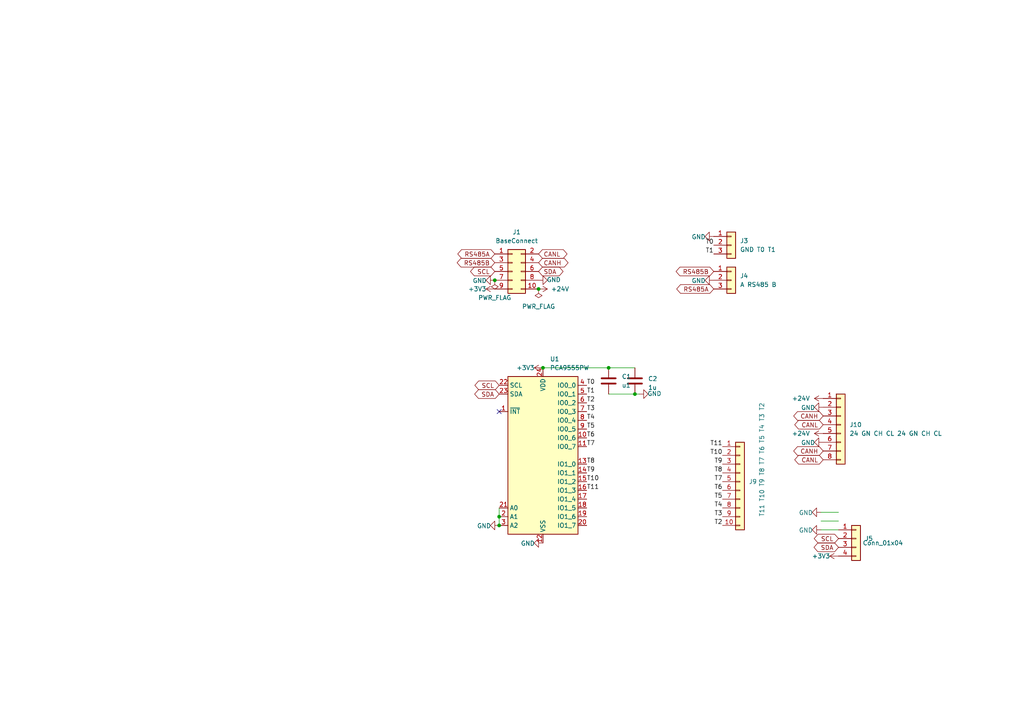
<source format=kicad_sch>
(kicad_sch (version 20230121) (generator eeschema)
  (paper "A4")
  (lib_symbols
    (symbol "Connector_Generic:Conn_01x03" (pin_names (offset 1.016) hide)
      (property "Reference" "J" (at 0 5.08 0))
      (property "Value" "Conn_01x03" (at 0 -5.08 0))
      (symbol "Conn_01x03_1_1"
        (rectangle (start -1.27 -2.413) (end 0 -2.667) (stroke (width 0.1524)))
        (rectangle (start -1.27 0.127) (end 0 -0.127) (stroke (width 0.1524)))
        (rectangle (start -1.27 2.667) (end 0 2.413) (stroke (width 0.1524)))
        (rectangle (start -1.27 3.81) (end 1.27 -3.81) (stroke (width 0.254)) (fill (type background)))
        (pin passive line (at -5.08 2.54 0) (length 3.81) (name "Pin_1") (number "1"))
        (pin passive line (at -5.08 0 0) (length 3.81) (name "Pin_2") (number "2"))
        (pin passive line (at -5.08 -2.54 0) (length 3.81) (name "Pin_3") (number "3"))
      )
    )
    (symbol "Connector_Generic:Conn_01x04" (pin_names (offset 1.016) hide)
      (property "Reference" "J" (at 0 5.08 0))
      (property "Value" "Conn_01x04" (at 0 -7.62 0))
      (symbol "Conn_01x04_1_1"
        (rectangle (start -1.27 -4.953) (end 0 -5.207) (stroke (width 0.1524)))
        (rectangle (start -1.27 -2.413) (end 0 -2.667) (stroke (width 0.1524)))
        (rectangle (start -1.27 0.127) (end 0 -0.127) (stroke (width 0.1524)))
        (rectangle (start -1.27 2.667) (end 0 2.413) (stroke (width 0.1524)))
        (rectangle (start -1.27 3.81) (end 1.27 -6.35) (stroke (width 0.254)) (fill (type background)))
        (pin passive line (at -5.08 2.54 0) (length 3.81) (name "Pin_1") (number "1"))
        (pin passive line (at -5.08 0 0) (length 3.81) (name "Pin_2") (number "2"))
        (pin passive line (at -5.08 -2.54 0) (length 3.81) (name "Pin_3") (number "3"))
        (pin passive line (at -5.08 -5.08 0) (length 3.81) (name "Pin_4") (number "4"))
      )
    )
    (symbol "Connector_Generic:Conn_01x08" (pin_names (offset 1.016) hide)
      (property "Reference" "J" (at 0 10.16 0))
      (property "Value" "Conn_01x08" (at 0 -12.7 0))
      (symbol "Conn_01x08_1_1"
        (rectangle (start -1.27 -10.033) (end 0 -10.287) (stroke (width 0.1524)))
        (rectangle (start -1.27 -7.493) (end 0 -7.747) (stroke (width 0.1524)))
        (rectangle (start -1.27 -4.953) (end 0 -5.207) (stroke (width 0.1524)))
        (rectangle (start -1.27 -2.413) (end 0 -2.667) (stroke (width 0.1524)))
        (rectangle (start -1.27 0.127) (end 0 -0.127) (stroke (width 0.1524)))
        (rectangle (start -1.27 2.667) (end 0 2.413) (stroke (width 0.1524)))
        (rectangle (start -1.27 5.207) (end 0 4.953) (stroke (width 0.1524)))
        (rectangle (start -1.27 7.747) (end 0 7.493) (stroke (width 0.1524)))
        (rectangle (start -1.27 8.89) (end 1.27 -11.43) (stroke (width 0.254)) (fill (type background)))
        (pin passive line (at -5.08 7.62 0) (length 3.81) (name "Pin_1") (number "1"))
        (pin passive line (at -5.08 5.08 0) (length 3.81) (name "Pin_2") (number "2"))
        (pin passive line (at -5.08 2.54 0) (length 3.81) (name "Pin_3") (number "3"))
        (pin passive line (at -5.08 0 0) (length 3.81) (name "Pin_4") (number "4"))
        (pin passive line (at -5.08 -2.54 0) (length 3.81) (name "Pin_5") (number "5"))
        (pin passive line (at -5.08 -5.08 0) (length 3.81) (name "Pin_6") (number "6"))
        (pin passive line (at -5.08 -7.62 0) (length 3.81) (name "Pin_7") (number "7"))
        (pin passive line (at -5.08 -10.16 0) (length 3.81) (name "Pin_8") (number "8"))
      )
    )
    (symbol "Connector_Generic:Conn_01x10" (pin_names (offset 1.016) hide)
      (property "Reference" "J" (at 0 12.7 0))
      (property "Value" "Conn_01x10" (at 0 -15.24 0))
      (symbol "Conn_01x10_1_1"
        (rectangle (start -1.27 -12.573) (end 0 -12.827) (stroke (width 0.1524)))
        (rectangle (start -1.27 -10.033) (end 0 -10.287) (stroke (width 0.1524)))
        (rectangle (start -1.27 -7.493) (end 0 -7.747) (stroke (width 0.1524)))
        (rectangle (start -1.27 -4.953) (end 0 -5.207) (stroke (width 0.1524)))
        (rectangle (start -1.27 -2.413) (end 0 -2.667) (stroke (width 0.1524)))
        (rectangle (start -1.27 0.127) (end 0 -0.127) (stroke (width 0.1524)))
        (rectangle (start -1.27 2.667) (end 0 2.413) (stroke (width 0.1524)))
        (rectangle (start -1.27 5.207) (end 0 4.953) (stroke (width 0.1524)))
        (rectangle (start -1.27 7.747) (end 0 7.493) (stroke (width 0.1524)))
        (rectangle (start -1.27 10.287) (end 0 10.033) (stroke (width 0.1524)))
        (rectangle (start -1.27 11.43) (end 1.27 -13.97) (stroke (width 0.254)) (fill (type background)))
        (pin passive line (at -5.08 10.16 0) (length 3.81) (name "Pin_1") (number "1"))
        (pin passive line (at -5.08 -12.7 0) (length 3.81) (name "Pin_10") (number "10"))
        (pin passive line (at -5.08 7.62 0) (length 3.81) (name "Pin_2") (number "2"))
        (pin passive line (at -5.08 5.08 0) (length 3.81) (name "Pin_3") (number "3"))
        (pin passive line (at -5.08 2.54 0) (length 3.81) (name "Pin_4") (number "4"))
        (pin passive line (at -5.08 0 0) (length 3.81) (name "Pin_5") (number "5"))
        (pin passive line (at -5.08 -2.54 0) (length 3.81) (name "Pin_6") (number "6"))
        (pin passive line (at -5.08 -5.08 0) (length 3.81) (name "Pin_7") (number "7"))
        (pin passive line (at -5.08 -7.62 0) (length 3.81) (name "Pin_8") (number "8"))
        (pin passive line (at -5.08 -10.16 0) (length 3.81) (name "Pin_9") (number "9"))
      )
    )
    (symbol "Connector_Generic:Conn_02x05_Odd_Even" (pin_names (offset 1.016) hide)
      (property "Reference" "J" (at 1.27 7.62 0))
      (property "Value" "Conn_02x05_Odd_Even" (at 1.27 -7.62 0))
      (symbol "Conn_02x05_Odd_Even_1_1"
        (rectangle (start -1.27 -4.953) (end 0 -5.207) (stroke (width 0.1524)))
        (rectangle (start -1.27 -2.413) (end 0 -2.667) (stroke (width 0.1524)))
        (rectangle (start -1.27 0.127) (end 0 -0.127) (stroke (width 0.1524)))
        (rectangle (start -1.27 2.667) (end 0 2.413) (stroke (width 0.1524)))
        (rectangle (start -1.27 5.207) (end 0 4.953) (stroke (width 0.1524)))
        (rectangle (start -1.27 6.35) (end 3.81 -6.35) (stroke (width 0.254)) (fill (type background)))
        (rectangle (start 3.81 -4.953) (end 2.54 -5.207) (stroke (width 0.1524)))
        (rectangle (start 3.81 -2.413) (end 2.54 -2.667) (stroke (width 0.1524)))
        (rectangle (start 3.81 0.127) (end 2.54 -0.127) (stroke (width 0.1524)))
        (rectangle (start 3.81 2.667) (end 2.54 2.413) (stroke (width 0.1524)))
        (rectangle (start 3.81 5.207) (end 2.54 4.953) (stroke (width 0.1524)))
        (pin passive line (at -5.08 5.08 0) (length 3.81) (name "Pin_1") (number "1"))
        (pin passive line (at 7.62 -5.08 180) (length 3.81) (name "Pin_10") (number "10"))
        (pin passive line (at 7.62 5.08 180) (length 3.81) (name "Pin_2") (number "2"))
        (pin passive line (at -5.08 2.54 0) (length 3.81) (name "Pin_3") (number "3"))
        (pin passive line (at 7.62 2.54 180) (length 3.81) (name "Pin_4") (number "4"))
        (pin passive line (at -5.08 0 0) (length 3.81) (name "Pin_5") (number "5"))
        (pin passive line (at 7.62 0 180) (length 3.81) (name "Pin_6") (number "6"))
        (pin passive line (at -5.08 -2.54 0) (length 3.81) (name "Pin_7") (number "7"))
        (pin passive line (at 7.62 -2.54 180) (length 3.81) (name "Pin_8") (number "8"))
        (pin passive line (at -5.08 -5.08 0) (length 3.81) (name "Pin_9") (number "9"))
      )
    )
    (symbol "Device:C" (pin_numbers hide) (pin_names (offset 0.254))
      (property "Reference" "C" (at 0.635 2.54 0))
      (property "Value" "C" (at 0.635 -2.54 0))
      (symbol "C_0_1"
        (polyline (pts (xy -2.032 -0.762) (xy 2.032 -0.762)) (stroke (width 0.508)))
        (polyline (pts (xy -2.032 0.762) (xy 2.032 0.762)) (stroke (width 0.508)))
      )
      (symbol "C_1_1"
        (pin passive line (at 0 3.81 270) (length 2.794) (name "~") (number "1"))
        (pin passive line (at 0 -3.81 90) (length 2.794) (name "~") (number "2"))
      )
    )
    (symbol "Interface_Expansion:PCA9555PW"
      (property "Reference" "U" (at -8.89 24.13 0))
      (property "Value" "PCA9555PW" (at 6.35 24.13 0))
      (symbol "PCA9555PW_0_1"
        (rectangle (start -10.16 22.86) (end 10.16 -22.86) (stroke (width 0.254)) (fill (type background)))
      )
      (symbol "PCA9555PW_1_1"
        (pin open_collector line (at -12.7 12.7 0) (length 2.54) (name "~{INT}") (number "1"))
        (pin bidirectional line (at 12.7 5.08 180) (length 2.54) (name "IO0_6") (number "10"))
        (pin bidirectional line (at 12.7 2.54 180) (length 2.54) (name "IO0_7") (number "11"))
        (pin power_in line (at 0 -25.4 90) (length 2.54) (name "VSS") (number "12"))
        (pin bidirectional line (at 12.7 -2.54 180) (length 2.54) (name "IO1_0") (number "13"))
        (pin bidirectional line (at 12.7 -5.08 180) (length 2.54) (name "IO1_1") (number "14"))
        (pin bidirectional line (at 12.7 -7.62 180) (length 2.54) (name "IO1_2") (number "15"))
        (pin bidirectional line (at 12.7 -10.16 180) (length 2.54) (name "IO1_3") (number "16"))
        (pin bidirectional line (at 12.7 -12.7 180) (length 2.54) (name "IO1_4") (number "17"))
        (pin bidirectional line (at 12.7 -15.24 180) (length 2.54) (name "IO1_5") (number "18"))
        (pin bidirectional line (at 12.7 -17.78 180) (length 2.54) (name "IO1_6") (number "19"))
        (pin input line (at -12.7 -17.78 0) (length 2.54) (name "A1") (number "2"))
        (pin bidirectional line (at 12.7 -20.32 180) (length 2.54) (name "IO1_7") (number "20"))
        (pin input line (at -12.7 -15.24 0) (length 2.54) (name "A0") (number "21"))
        (pin input line (at -12.7 20.32 0) (length 2.54) (name "SCL") (number "22"))
        (pin bidirectional line (at -12.7 17.78 0) (length 2.54) (name "SDA") (number "23"))
        (pin power_in line (at 0 25.4 270) (length 2.54) (name "VDD") (number "24"))
        (pin input line (at -12.7 -20.32 0) (length 2.54) (name "A2") (number "3"))
        (pin bidirectional line (at 12.7 20.32 180) (length 2.54) (name "IO0_0") (number "4"))
        (pin bidirectional line (at 12.7 17.78 180) (length 2.54) (name "IO0_1") (number "5"))
        (pin bidirectional line (at 12.7 15.24 180) (length 2.54) (name "IO0_2") (number "6"))
        (pin bidirectional line (at 12.7 12.7 180) (length 2.54) (name "IO0_3") (number "7"))
        (pin bidirectional line (at 12.7 10.16 180) (length 2.54) (name "IO0_4") (number "8"))
        (pin bidirectional line (at 12.7 7.62 180) (length 2.54) (name "IO0_5") (number "9"))
      )
    )
    (symbol "power:+24V" (power) (pin_names (offset 0))
      (property "Value" "+24V" (at 0 3.556 0))
      (symbol "+24V_0_1"
        (polyline (pts (xy -0.762 1.27) (xy 0 2.54)))
        (polyline (pts (xy 0 0) (xy 0 2.54)))
        (polyline (pts (xy 0 2.54) (xy 0.762 1.27)))
      )
      (symbol "+24V_1_1"
        (pin power_in line (at 0 0 90) (length 0) hide (name "+24V") (number "1"))
      )
    )
    (symbol "power:+3V3" (power) (pin_names (offset 0))
      (property "Value" "+3V3" (at 0 3.556 0))
      (symbol "+3V3_0_1"
        (polyline (pts (xy -0.762 1.27) (xy 0 2.54)))
        (polyline (pts (xy 0 0) (xy 0 2.54)))
        (polyline (pts (xy 0 2.54) (xy 0.762 1.27)))
      )
      (symbol "+3V3_1_1"
        (pin power_in line (at 0 0 90) (length 0) hide (name "+3V3") (number "1"))
      )
    )
    (symbol "power:GND" (power) (pin_names (offset 0))
      (property "Value" "GND" (at 0 -3.81 0))
      (symbol "GND_0_1"
        (polyline (pts (xy 0 0) (xy 0 -1.27) (xy 1.27 -1.27) (xy 0 -2.54) (xy -1.27 -1.27) (xy 0 -1.27)))
      )
      (symbol "GND_1_1"
        (pin power_in line (at 0 0 270) (length 0) hide (name "GND") (number "1"))
      )
    )
    (symbol "power:PWR_FLAG" (power) (pin_numbers hide) (pin_names (offset 0) hide)
      (property "Value" "PWR_FLAG" (at 0 3.81 0))
      (symbol "PWR_FLAG_0_0"
        (pin power_out line (at 0 0 90) (length 0) (name "pwr") (number "1"))
      )
      (symbol "PWR_FLAG_0_1"
        (polyline (pts (xy 0 0) (xy 0 1.27) (xy -1.016 1.905) (xy 0 2.54) (xy 1.016 1.905) (xy 0 1.27)))
      )
    )
  )
  (junction (at 176.53 106.68))
  (junction (at 143.51 81.28))
  (junction (at 156.21 83.82))
  (junction (at 157.48 106.68))
  (junction (at 184.15 114.3))
  (junction (at 144.78 152.4))
  (junction (at 144.78 149.86))
  (no_connect (at 144.78 119.38))
  (wire (pts (xy 243.205 148.59) (xy 238.125 148.59)))
  (wire (pts (xy 184.15 114.3) (xy 185.42 114.3)))
  (wire (pts (xy 144.78 147.32) (xy 144.78 149.86)))
  (wire (pts (xy 243.205 151.13) (xy 238.125 151.13)))
  (wire (pts (xy 176.53 114.3) (xy 184.15 114.3)))
  (wire (pts (xy 157.48 106.68) (xy 176.53 106.68)))
  (wire (pts (xy 243.205 153.67) (xy 238.125 153.67)))
  (wire (pts (xy 144.78 149.86) (xy 144.78 152.4)))
  (wire (pts (xy 176.53 106.68) (xy 184.15 106.68)))
  (label "T9" (at 209.55 134.62 180))
  (label "T11" (at 209.55 129.54 180))
  (label "T8" (at 209.55 137.16 180))
  (label "T1" (at 207.01 73.66 180))
  (label "T6" (at 170.18 127 0))
  (label "T0" (at 170.18 111.76 0))
  (label "T0" (at 207.01 71.12 180))
  (label "T7" (at 170.18 129.54 0))
  (label "T9" (at 170.18 137.16 0))
  (label "T1" (at 170.18 114.3 0))
  (label "T4" (at 209.55 147.32 180))
  (label "T2" (at 209.55 152.4 180))
  (label "T3" (at 209.55 149.86 180))
  (label "T3" (at 170.18 119.38 0))
  (label "T11" (at 170.18 142.24 0))
  (label "T2" (at 170.18 116.84 0))
  (label "T6" (at 209.55 142.24 180))
  (label "T8" (at 170.18 134.62 0))
  (label "T4" (at 170.18 121.92 0))
  (label "T5" (at 209.55 144.78 180))
  (label "T10" (at 170.18 139.7 0))
  (label "T5" (at 170.18 124.46 0))
  (label "T7" (at 209.55 139.7 180))
  (label "T10" (at 209.55 132.08 180))
  (global_label "CANL" (shape bidirectional) (at 238.76 133.35 180) (property "Intersheetrefs" "${INTERSHEET_REFS}" (effects hide)))
  (global_label "SDA" (shape bidirectional) (at 144.78 114.3 180) (property "Intersheetrefs" "${INTERSHEET_REFS}" (effects hide)))
  (global_label "RS485A" (shape bidirectional) (at 143.51 73.66 180) (property "Intersheetrefs" "${INTERSHEET_REFS}" (effects hide)))
  (global_label "CANH" (shape bidirectional) (at 238.76 130.81 180) (property "Intersheetrefs" "${INTERSHEET_REFS}" (effects hide)))
  (global_label "RS485B" (shape bidirectional) (at 143.51 76.2 180) (property "Intersheetrefs" "${INTERSHEET_REFS}" (effects hide)))
  (global_label "CANL" (shape bidirectional) (at 156.21 73.66 0) (property "Intersheetrefs" "${INTERSHEET_REFS}" (effects hide)))
  (global_label "RS485B" (shape bidirectional) (at 207.01 78.74 180) (property "Intersheetrefs" "${INTERSHEET_REFS}" (effects hide)))
  (global_label "SDA" (shape bidirectional) (at 243.205 158.75 180) (property "Intersheetrefs" "${INTERSHEET_REFS}" (effects hide)))
  (global_label "SDA" (shape bidirectional) (at 156.21 78.74 0) (property "Intersheetrefs" "${INTERSHEET_REFS}" (effects hide)))
  (global_label "CANH" (shape bidirectional) (at 238.76 120.65 180) (property "Intersheetrefs" "${INTERSHEET_REFS}" (effects hide)))
  (global_label "CANH" (shape bidirectional) (at 156.21 76.2 0) (property "Intersheetrefs" "${INTERSHEET_REFS}" (effects hide)))
  (global_label "RS485A" (shape bidirectional) (at 207.01 83.82 180) (property "Intersheetrefs" "${INTERSHEET_REFS}" (effects hide)))
  (global_label "CANL" (shape bidirectional) (at 238.76 123.19 180) (property "Intersheetrefs" "${INTERSHEET_REFS}" (effects hide)))
  (global_label "SCL" (shape bidirectional) (at 243.205 156.21 180) (property "Intersheetrefs" "${INTERSHEET_REFS}" (effects hide)))
  (global_label "SCL" (shape bidirectional) (at 143.51 78.74 180) (property "Intersheetrefs" "${INTERSHEET_REFS}" (effects hide)))
  (global_label "SCL" (shape bidirectional) (at 144.78 111.76 180) (property "Intersheetrefs" "${INTERSHEET_REFS}" (effects hide)))
  (symbol (lib_id "power:GND") (at 207.01 81.28 270) (unit 1)
    (property "Reference" "#PWR0101" (effects hide))
    (property "Value" "GND" (at 202.6158 81.407 90))
  )
  (symbol (lib_id "power:PWR_FLAG") (at 156.21 83.82 180) (unit 1)
    (property "Reference" "#FLG0102" (effects hide))
    (property "Value" "PWR_FLAG" (at 156.21 88.9 0))
  )
  (symbol (lib_id "Device:C") (at 176.53 110.49 0) (unit 1)
    (property "Reference" "C1" (at 180.34 109.2199 0) (effects (justify left)))
    (property "Value" "u1" (at 180.34 111.7599 0) (effects (justify left)))
    (property "Footprint" "Capacitor_SMD:C_0805_2012Metric_Pad1.18x1.45mm_HandSolder" (effects hide))
  )
  (symbol (lib_id "power:GND") (at 238.125 153.67 270) (unit 1)
    (property "Reference" "#PWR0107" (effects hide))
    (property "Value" "GND" (at 233.7308 153.797 90))
  )
  (symbol (lib_id "Connector_Generic:Conn_01x04") (at 248.285 156.21 0) (unit 1)
    (property "Reference" "J5" (at 250.825 156.2099 0) (effects (justify left)))
    (property "Value" "Conn_01x04" (at 250.19 157.48 0) (effects (justify left)))
    (property "Footprint" "Connector_PinHeader_2.54mm:PinHeader_1x04_P2.54mm_Vertical" (effects hide))
  )
  (symbol (lib_id "Device:C") (at 184.15 110.49 0) (unit 1)
    (property "Reference" "C2" (at 187.96 109.855 0) (effects (justify left)))
    (property "Value" "1u" (at 187.96 112.395 0) (effects (justify left)))
    (property "Footprint" "Capacitor_SMD:C_0805_2012Metric_Pad1.18x1.45mm_HandSolder" (effects hide))
  )
  (symbol (lib_id "power:GND") (at 238.76 118.11 270) (unit 1)
    (property "Reference" "#PWR0103" (effects hide))
    (property "Value" "GND" (at 234.3658 118.237 90))
  )
  (symbol (lib_id "power:GND") (at 185.42 114.3 90) (unit 1)
    (property "Reference" "#PWR06" (effects hide))
    (property "Value" "GND" (at 189.8142 114.173 90))
  )
  (symbol (lib_id "Connector_Generic:Conn_02x05_Odd_Even") (at 148.59 78.74 0) (unit 1)
    (property "Reference" "J1" (at 149.86 67.31 0))
    (property "Value" "BaseConnect" (at 149.86 69.85 0))
    (property "Footprint" "Connector_IDC:IDC-Header_2x05_P2.54mm_Vertical" (effects hide))
  )
  (symbol (lib_id "power:GND") (at 207.01 68.58 270) (unit 1)
    (property "Reference" "#PWR0115" (effects hide))
    (property "Value" "GND" (at 202.6158 68.707 90))
  )
  (symbol (lib_id "Connector_Generic:Conn_01x03") (at 212.09 71.12 0) (unit 1)
    (property "Reference" "J3" (at 214.63 69.8499 0) (effects (justify left)))
    (property "Value" "GND T0 T1" (at 214.63 72.3899 0) (effects (justify left)))
    (property "Footprint" "liebler_CONN:KF250-3.5-3P-A" (effects hide))
  )
  (symbol (lib_id "Interface_Expansion:PCA9555PW") (at 157.48 132.08 0) (unit 1)
    (property "Reference" "U1" (at 159.4994 104.14 0) (effects (justify left)))
    (property "Value" "PCA9555PW" (at 159.4994 106.68 0) (effects (justify left)))
    (property "Footprint" "liebler_SEMICONDUCTORS:TSSOP-24_4.4x7.8mm_Pitch0.65mm_handsolder" (effects hide))
    (property "Datasheet" "https://www.nxp.com/docs/en/data-sheet/PCA9555.pdf" (effects hide))
  )
  (symbol (lib_id "power:PWR_FLAG") (at 143.51 81.28 180) (unit 1)
    (property "Reference" "#FLG0101" (effects hide))
    (property "Value" "PWR_FLAG" (at 143.51 86.36 0))
  )
  (symbol (lib_id "Connector_Generic:Conn_01x03") (at 212.09 81.28 0) (unit 1)
    (property "Reference" "J4" (at 214.63 80.0099 0) (effects (justify left)))
    (property "Value" "A RS485 B" (at 214.63 82.5499 0) (effects (justify left)))
    (property "Footprint" "liebler_CONN:KF250-3.5-3P-A" (effects hide))
  )
  (symbol (lib_id "power:GND") (at 238.76 128.27 270) (unit 1)
    (property "Reference" "#PWR0104" (effects hide))
    (property "Value" "GND" (at 234.3658 128.397 90))
  )
  (symbol (lib_id "power:GND") (at 143.51 81.28 270) (unit 1)
    (property "Reference" "#PWR0112" (effects hide))
    (property "Value" "GND" (at 139.1158 81.407 90))
  )
  (symbol (lib_id "power:+3V3") (at 157.48 106.68 90) (unit 1)
    (property "Reference" "#PWR0109" (effects hide))
    (property "Value" "+3V3" (at 152.4 106.68 90))
  )
  (symbol (lib_id "power:+3V3") (at 243.205 161.29 90) (unit 1)
    (property "Reference" "#PWR0105" (effects hide))
    (property "Value" "+3V3" (at 238.125 161.29 90))
  )
  (symbol (lib_id "Connector_Generic:Conn_01x08") (at 243.84 123.19 0) (unit 1)
    (property "Reference" "J10" (at 246.38 123.1899 0) (effects (justify left)))
    (property "Value" "24 GN CH CL 24 GN CH CL" (at 246.38 125.7299 0) (effects (justify left)))
    (property "Footprint" "liebler_CONN:WAGO_250-208" (effects hide))
  )
  (symbol (lib_id "power:+3V3") (at 143.51 83.82 90) (unit 1)
    (property "Reference" "#PWR0111" (effects hide))
    (property "Value" "+3V3" (at 138.43 83.82 90))
  )
  (symbol (lib_id "power:GND") (at 238.125 148.59 270) (unit 1)
    (property "Reference" "#PWR0106" (effects hide))
    (property "Value" "GND" (at 233.7308 148.717 90))
  )
  (symbol (lib_id "Connector_Generic:Conn_01x10") (at 214.63 139.7 0) (unit 1)
    (property "Reference" "J9" (at 217.17 139.6999 0) (effects (justify left)))
    (property "Value" "T11 T10 T9 T8 T7 T6 T5 T4 T3 T2" (at 220.98 149.86 90) (effects (justify left)))
    (property "Footprint" "liebler_CONN:WAGO_250-210" (effects hide))
  )
  (symbol (lib_id "power:+24V") (at 238.76 125.73 90) (unit 1)
    (property "Reference" "#PWR0108" (effects hide))
    (property "Value" "+24V" (at 234.95 125.7299 90) (effects (justify left)))
  )
  (symbol (lib_id "power:+24V") (at 156.21 83.82 270) (unit 1)
    (property "Reference" "#PWR0114" (effects hide))
    (property "Value" "+24V" (at 165.1 83.82 90) (effects (justify right)))
  )
  (symbol (lib_id "power:GND") (at 144.78 152.4 270) (unit 1)
    (property "Reference" "#PWR05" (effects hide))
    (property "Value" "GND" (at 140.3858 152.527 90))
  )
  (symbol (lib_id "power:+24V") (at 238.76 115.57 90) (unit 1)
    (property "Reference" "#PWR0102" (effects hide))
    (property "Value" "+24V" (at 234.95 115.5699 90) (effects (justify left)))
  )
  (symbol (lib_id "power:GND") (at 156.21 81.28 90) (unit 1)
    (property "Reference" "#PWR0113" (effects hide))
    (property "Value" "GND" (at 160.6042 81.153 90))
  )
  (symbol (lib_id "power:GND") (at 157.48 157.48 270) (unit 1)
    (property "Reference" "#PWR0110" (effects hide))
    (property "Value" "GND" (at 153.0858 157.607 90))
  )
)
</source>
